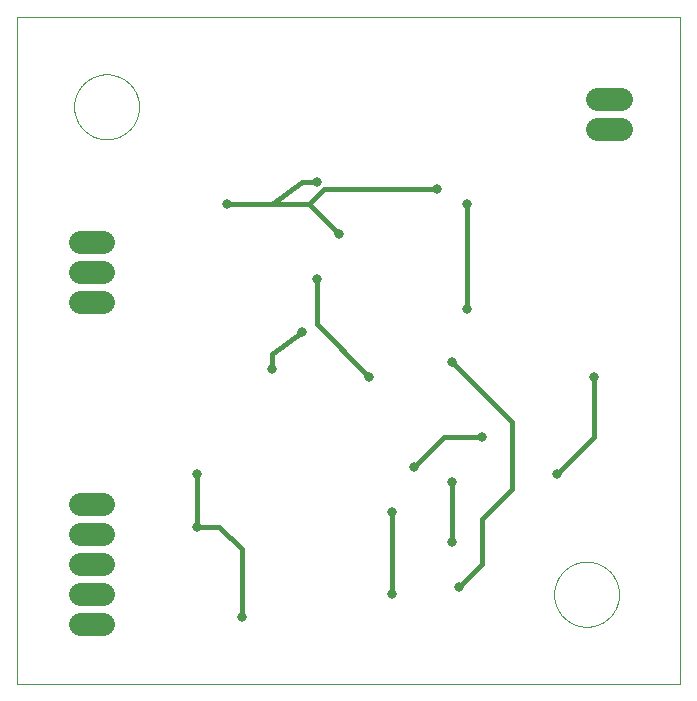
<source format=gbl>
G75*
%MOIN*%
%OFA0B0*%
%FSLAX25Y25*%
%IPPOS*%
%LPD*%
%AMOC8*
5,1,8,0,0,1.08239X$1,22.5*
%
%ADD10C,0.00000*%
%ADD11C,0.07800*%
%ADD12C,0.03169*%
%ADD13C,0.01600*%
D10*
X0001000Y0001000D02*
X0001000Y0223461D01*
X0222201Y0223461D01*
X0222201Y0001000D01*
X0001000Y0001000D01*
X0180173Y0031000D02*
X0180176Y0031266D01*
X0180186Y0031531D01*
X0180202Y0031796D01*
X0180225Y0032061D01*
X0180254Y0032325D01*
X0180290Y0032589D01*
X0180332Y0032851D01*
X0180381Y0033112D01*
X0180436Y0033372D01*
X0180497Y0033631D01*
X0180565Y0033888D01*
X0180639Y0034143D01*
X0180719Y0034396D01*
X0180806Y0034648D01*
X0180898Y0034897D01*
X0180997Y0035143D01*
X0181102Y0035388D01*
X0181213Y0035629D01*
X0181329Y0035868D01*
X0181451Y0036104D01*
X0181580Y0036337D01*
X0181713Y0036566D01*
X0181853Y0036792D01*
X0181998Y0037015D01*
X0182148Y0037234D01*
X0182304Y0037450D01*
X0182465Y0037661D01*
X0182631Y0037869D01*
X0182802Y0038072D01*
X0182978Y0038271D01*
X0183159Y0038466D01*
X0183344Y0038656D01*
X0183534Y0038841D01*
X0183729Y0039022D01*
X0183928Y0039198D01*
X0184131Y0039369D01*
X0184339Y0039535D01*
X0184550Y0039696D01*
X0184766Y0039852D01*
X0184985Y0040002D01*
X0185208Y0040147D01*
X0185434Y0040287D01*
X0185663Y0040420D01*
X0185896Y0040549D01*
X0186132Y0040671D01*
X0186371Y0040787D01*
X0186612Y0040898D01*
X0186857Y0041003D01*
X0187103Y0041102D01*
X0187352Y0041194D01*
X0187604Y0041281D01*
X0187857Y0041361D01*
X0188112Y0041435D01*
X0188369Y0041503D01*
X0188628Y0041564D01*
X0188888Y0041619D01*
X0189149Y0041668D01*
X0189411Y0041710D01*
X0189675Y0041746D01*
X0189939Y0041775D01*
X0190204Y0041798D01*
X0190469Y0041814D01*
X0190734Y0041824D01*
X0191000Y0041827D01*
X0191266Y0041824D01*
X0191531Y0041814D01*
X0191796Y0041798D01*
X0192061Y0041775D01*
X0192325Y0041746D01*
X0192589Y0041710D01*
X0192851Y0041668D01*
X0193112Y0041619D01*
X0193372Y0041564D01*
X0193631Y0041503D01*
X0193888Y0041435D01*
X0194143Y0041361D01*
X0194396Y0041281D01*
X0194648Y0041194D01*
X0194897Y0041102D01*
X0195143Y0041003D01*
X0195388Y0040898D01*
X0195629Y0040787D01*
X0195868Y0040671D01*
X0196104Y0040549D01*
X0196337Y0040420D01*
X0196566Y0040287D01*
X0196792Y0040147D01*
X0197015Y0040002D01*
X0197234Y0039852D01*
X0197450Y0039696D01*
X0197661Y0039535D01*
X0197869Y0039369D01*
X0198072Y0039198D01*
X0198271Y0039022D01*
X0198466Y0038841D01*
X0198656Y0038656D01*
X0198841Y0038466D01*
X0199022Y0038271D01*
X0199198Y0038072D01*
X0199369Y0037869D01*
X0199535Y0037661D01*
X0199696Y0037450D01*
X0199852Y0037234D01*
X0200002Y0037015D01*
X0200147Y0036792D01*
X0200287Y0036566D01*
X0200420Y0036337D01*
X0200549Y0036104D01*
X0200671Y0035868D01*
X0200787Y0035629D01*
X0200898Y0035388D01*
X0201003Y0035143D01*
X0201102Y0034897D01*
X0201194Y0034648D01*
X0201281Y0034396D01*
X0201361Y0034143D01*
X0201435Y0033888D01*
X0201503Y0033631D01*
X0201564Y0033372D01*
X0201619Y0033112D01*
X0201668Y0032851D01*
X0201710Y0032589D01*
X0201746Y0032325D01*
X0201775Y0032061D01*
X0201798Y0031796D01*
X0201814Y0031531D01*
X0201824Y0031266D01*
X0201827Y0031000D01*
X0201824Y0030734D01*
X0201814Y0030469D01*
X0201798Y0030204D01*
X0201775Y0029939D01*
X0201746Y0029675D01*
X0201710Y0029411D01*
X0201668Y0029149D01*
X0201619Y0028888D01*
X0201564Y0028628D01*
X0201503Y0028369D01*
X0201435Y0028112D01*
X0201361Y0027857D01*
X0201281Y0027604D01*
X0201194Y0027352D01*
X0201102Y0027103D01*
X0201003Y0026857D01*
X0200898Y0026612D01*
X0200787Y0026371D01*
X0200671Y0026132D01*
X0200549Y0025896D01*
X0200420Y0025663D01*
X0200287Y0025434D01*
X0200147Y0025208D01*
X0200002Y0024985D01*
X0199852Y0024766D01*
X0199696Y0024550D01*
X0199535Y0024339D01*
X0199369Y0024131D01*
X0199198Y0023928D01*
X0199022Y0023729D01*
X0198841Y0023534D01*
X0198656Y0023344D01*
X0198466Y0023159D01*
X0198271Y0022978D01*
X0198072Y0022802D01*
X0197869Y0022631D01*
X0197661Y0022465D01*
X0197450Y0022304D01*
X0197234Y0022148D01*
X0197015Y0021998D01*
X0196792Y0021853D01*
X0196566Y0021713D01*
X0196337Y0021580D01*
X0196104Y0021451D01*
X0195868Y0021329D01*
X0195629Y0021213D01*
X0195388Y0021102D01*
X0195143Y0020997D01*
X0194897Y0020898D01*
X0194648Y0020806D01*
X0194396Y0020719D01*
X0194143Y0020639D01*
X0193888Y0020565D01*
X0193631Y0020497D01*
X0193372Y0020436D01*
X0193112Y0020381D01*
X0192851Y0020332D01*
X0192589Y0020290D01*
X0192325Y0020254D01*
X0192061Y0020225D01*
X0191796Y0020202D01*
X0191531Y0020186D01*
X0191266Y0020176D01*
X0191000Y0020173D01*
X0190734Y0020176D01*
X0190469Y0020186D01*
X0190204Y0020202D01*
X0189939Y0020225D01*
X0189675Y0020254D01*
X0189411Y0020290D01*
X0189149Y0020332D01*
X0188888Y0020381D01*
X0188628Y0020436D01*
X0188369Y0020497D01*
X0188112Y0020565D01*
X0187857Y0020639D01*
X0187604Y0020719D01*
X0187352Y0020806D01*
X0187103Y0020898D01*
X0186857Y0020997D01*
X0186612Y0021102D01*
X0186371Y0021213D01*
X0186132Y0021329D01*
X0185896Y0021451D01*
X0185663Y0021580D01*
X0185434Y0021713D01*
X0185208Y0021853D01*
X0184985Y0021998D01*
X0184766Y0022148D01*
X0184550Y0022304D01*
X0184339Y0022465D01*
X0184131Y0022631D01*
X0183928Y0022802D01*
X0183729Y0022978D01*
X0183534Y0023159D01*
X0183344Y0023344D01*
X0183159Y0023534D01*
X0182978Y0023729D01*
X0182802Y0023928D01*
X0182631Y0024131D01*
X0182465Y0024339D01*
X0182304Y0024550D01*
X0182148Y0024766D01*
X0181998Y0024985D01*
X0181853Y0025208D01*
X0181713Y0025434D01*
X0181580Y0025663D01*
X0181451Y0025896D01*
X0181329Y0026132D01*
X0181213Y0026371D01*
X0181102Y0026612D01*
X0180997Y0026857D01*
X0180898Y0027103D01*
X0180806Y0027352D01*
X0180719Y0027604D01*
X0180639Y0027857D01*
X0180565Y0028112D01*
X0180497Y0028369D01*
X0180436Y0028628D01*
X0180381Y0028888D01*
X0180332Y0029149D01*
X0180290Y0029411D01*
X0180254Y0029675D01*
X0180225Y0029939D01*
X0180202Y0030204D01*
X0180186Y0030469D01*
X0180176Y0030734D01*
X0180173Y0031000D01*
X0020173Y0193500D02*
X0020176Y0193766D01*
X0020186Y0194031D01*
X0020202Y0194296D01*
X0020225Y0194561D01*
X0020254Y0194825D01*
X0020290Y0195089D01*
X0020332Y0195351D01*
X0020381Y0195612D01*
X0020436Y0195872D01*
X0020497Y0196131D01*
X0020565Y0196388D01*
X0020639Y0196643D01*
X0020719Y0196896D01*
X0020806Y0197148D01*
X0020898Y0197397D01*
X0020997Y0197643D01*
X0021102Y0197888D01*
X0021213Y0198129D01*
X0021329Y0198368D01*
X0021451Y0198604D01*
X0021580Y0198837D01*
X0021713Y0199066D01*
X0021853Y0199292D01*
X0021998Y0199515D01*
X0022148Y0199734D01*
X0022304Y0199950D01*
X0022465Y0200161D01*
X0022631Y0200369D01*
X0022802Y0200572D01*
X0022978Y0200771D01*
X0023159Y0200966D01*
X0023344Y0201156D01*
X0023534Y0201341D01*
X0023729Y0201522D01*
X0023928Y0201698D01*
X0024131Y0201869D01*
X0024339Y0202035D01*
X0024550Y0202196D01*
X0024766Y0202352D01*
X0024985Y0202502D01*
X0025208Y0202647D01*
X0025434Y0202787D01*
X0025663Y0202920D01*
X0025896Y0203049D01*
X0026132Y0203171D01*
X0026371Y0203287D01*
X0026612Y0203398D01*
X0026857Y0203503D01*
X0027103Y0203602D01*
X0027352Y0203694D01*
X0027604Y0203781D01*
X0027857Y0203861D01*
X0028112Y0203935D01*
X0028369Y0204003D01*
X0028628Y0204064D01*
X0028888Y0204119D01*
X0029149Y0204168D01*
X0029411Y0204210D01*
X0029675Y0204246D01*
X0029939Y0204275D01*
X0030204Y0204298D01*
X0030469Y0204314D01*
X0030734Y0204324D01*
X0031000Y0204327D01*
X0031266Y0204324D01*
X0031531Y0204314D01*
X0031796Y0204298D01*
X0032061Y0204275D01*
X0032325Y0204246D01*
X0032589Y0204210D01*
X0032851Y0204168D01*
X0033112Y0204119D01*
X0033372Y0204064D01*
X0033631Y0204003D01*
X0033888Y0203935D01*
X0034143Y0203861D01*
X0034396Y0203781D01*
X0034648Y0203694D01*
X0034897Y0203602D01*
X0035143Y0203503D01*
X0035388Y0203398D01*
X0035629Y0203287D01*
X0035868Y0203171D01*
X0036104Y0203049D01*
X0036337Y0202920D01*
X0036566Y0202787D01*
X0036792Y0202647D01*
X0037015Y0202502D01*
X0037234Y0202352D01*
X0037450Y0202196D01*
X0037661Y0202035D01*
X0037869Y0201869D01*
X0038072Y0201698D01*
X0038271Y0201522D01*
X0038466Y0201341D01*
X0038656Y0201156D01*
X0038841Y0200966D01*
X0039022Y0200771D01*
X0039198Y0200572D01*
X0039369Y0200369D01*
X0039535Y0200161D01*
X0039696Y0199950D01*
X0039852Y0199734D01*
X0040002Y0199515D01*
X0040147Y0199292D01*
X0040287Y0199066D01*
X0040420Y0198837D01*
X0040549Y0198604D01*
X0040671Y0198368D01*
X0040787Y0198129D01*
X0040898Y0197888D01*
X0041003Y0197643D01*
X0041102Y0197397D01*
X0041194Y0197148D01*
X0041281Y0196896D01*
X0041361Y0196643D01*
X0041435Y0196388D01*
X0041503Y0196131D01*
X0041564Y0195872D01*
X0041619Y0195612D01*
X0041668Y0195351D01*
X0041710Y0195089D01*
X0041746Y0194825D01*
X0041775Y0194561D01*
X0041798Y0194296D01*
X0041814Y0194031D01*
X0041824Y0193766D01*
X0041827Y0193500D01*
X0041824Y0193234D01*
X0041814Y0192969D01*
X0041798Y0192704D01*
X0041775Y0192439D01*
X0041746Y0192175D01*
X0041710Y0191911D01*
X0041668Y0191649D01*
X0041619Y0191388D01*
X0041564Y0191128D01*
X0041503Y0190869D01*
X0041435Y0190612D01*
X0041361Y0190357D01*
X0041281Y0190104D01*
X0041194Y0189852D01*
X0041102Y0189603D01*
X0041003Y0189357D01*
X0040898Y0189112D01*
X0040787Y0188871D01*
X0040671Y0188632D01*
X0040549Y0188396D01*
X0040420Y0188163D01*
X0040287Y0187934D01*
X0040147Y0187708D01*
X0040002Y0187485D01*
X0039852Y0187266D01*
X0039696Y0187050D01*
X0039535Y0186839D01*
X0039369Y0186631D01*
X0039198Y0186428D01*
X0039022Y0186229D01*
X0038841Y0186034D01*
X0038656Y0185844D01*
X0038466Y0185659D01*
X0038271Y0185478D01*
X0038072Y0185302D01*
X0037869Y0185131D01*
X0037661Y0184965D01*
X0037450Y0184804D01*
X0037234Y0184648D01*
X0037015Y0184498D01*
X0036792Y0184353D01*
X0036566Y0184213D01*
X0036337Y0184080D01*
X0036104Y0183951D01*
X0035868Y0183829D01*
X0035629Y0183713D01*
X0035388Y0183602D01*
X0035143Y0183497D01*
X0034897Y0183398D01*
X0034648Y0183306D01*
X0034396Y0183219D01*
X0034143Y0183139D01*
X0033888Y0183065D01*
X0033631Y0182997D01*
X0033372Y0182936D01*
X0033112Y0182881D01*
X0032851Y0182832D01*
X0032589Y0182790D01*
X0032325Y0182754D01*
X0032061Y0182725D01*
X0031796Y0182702D01*
X0031531Y0182686D01*
X0031266Y0182676D01*
X0031000Y0182673D01*
X0030734Y0182676D01*
X0030469Y0182686D01*
X0030204Y0182702D01*
X0029939Y0182725D01*
X0029675Y0182754D01*
X0029411Y0182790D01*
X0029149Y0182832D01*
X0028888Y0182881D01*
X0028628Y0182936D01*
X0028369Y0182997D01*
X0028112Y0183065D01*
X0027857Y0183139D01*
X0027604Y0183219D01*
X0027352Y0183306D01*
X0027103Y0183398D01*
X0026857Y0183497D01*
X0026612Y0183602D01*
X0026371Y0183713D01*
X0026132Y0183829D01*
X0025896Y0183951D01*
X0025663Y0184080D01*
X0025434Y0184213D01*
X0025208Y0184353D01*
X0024985Y0184498D01*
X0024766Y0184648D01*
X0024550Y0184804D01*
X0024339Y0184965D01*
X0024131Y0185131D01*
X0023928Y0185302D01*
X0023729Y0185478D01*
X0023534Y0185659D01*
X0023344Y0185844D01*
X0023159Y0186034D01*
X0022978Y0186229D01*
X0022802Y0186428D01*
X0022631Y0186631D01*
X0022465Y0186839D01*
X0022304Y0187050D01*
X0022148Y0187266D01*
X0021998Y0187485D01*
X0021853Y0187708D01*
X0021713Y0187934D01*
X0021580Y0188163D01*
X0021451Y0188396D01*
X0021329Y0188632D01*
X0021213Y0188871D01*
X0021102Y0189112D01*
X0020997Y0189357D01*
X0020898Y0189603D01*
X0020806Y0189852D01*
X0020719Y0190104D01*
X0020639Y0190357D01*
X0020565Y0190612D01*
X0020497Y0190869D01*
X0020436Y0191128D01*
X0020381Y0191388D01*
X0020332Y0191649D01*
X0020290Y0191911D01*
X0020254Y0192175D01*
X0020225Y0192439D01*
X0020202Y0192704D01*
X0020186Y0192969D01*
X0020176Y0193234D01*
X0020173Y0193500D01*
D11*
X0022100Y0148500D02*
X0029900Y0148500D01*
X0029900Y0138500D02*
X0022100Y0138500D01*
X0022100Y0128500D02*
X0029900Y0128500D01*
X0029900Y0061000D02*
X0022100Y0061000D01*
X0022100Y0051000D02*
X0029900Y0051000D01*
X0029900Y0041000D02*
X0022100Y0041000D01*
X0022100Y0031000D02*
X0029900Y0031000D01*
X0029900Y0021000D02*
X0022100Y0021000D01*
X0194600Y0186000D02*
X0202400Y0186000D01*
X0202400Y0196000D02*
X0194600Y0196000D01*
D12*
X0151000Y0161000D03*
X0141000Y0166000D03*
X0108500Y0151000D03*
X0101000Y0136000D03*
X0096000Y0118500D03*
X0086000Y0106000D03*
X0118500Y0103500D03*
X0146000Y0108500D03*
X0151000Y0126000D03*
X0156000Y0083500D03*
X0146000Y0068500D03*
X0133500Y0073500D03*
X0126000Y0058500D03*
X0146000Y0048500D03*
X0148500Y0033500D03*
X0126000Y0031000D03*
X0076000Y0023500D03*
X0061000Y0053500D03*
X0061000Y0071000D03*
X0071000Y0161000D03*
X0101000Y0168500D03*
X0193500Y0103500D03*
X0181000Y0071000D03*
D13*
X0193500Y0083500D01*
X0193500Y0103500D01*
X0166000Y0088500D02*
X0146000Y0108500D01*
X0151000Y0126000D02*
X0151000Y0161000D01*
X0141000Y0166000D02*
X0103500Y0166000D01*
X0098500Y0161000D01*
X0108500Y0151000D01*
X0098500Y0161000D02*
X0086000Y0161000D01*
X0096000Y0168500D01*
X0101000Y0168500D01*
X0086000Y0161000D02*
X0071000Y0161000D01*
X0101000Y0136000D02*
X0101000Y0121000D01*
X0118500Y0103500D01*
X0096000Y0118500D02*
X0086000Y0111000D01*
X0086000Y0106000D01*
X0061000Y0071000D02*
X0061000Y0053500D01*
X0068500Y0053500D01*
X0076000Y0046000D01*
X0076000Y0023500D01*
X0126000Y0031000D02*
X0126000Y0058500D01*
X0133500Y0073500D02*
X0143500Y0083500D01*
X0156000Y0083500D01*
X0166000Y0088500D02*
X0166000Y0066000D01*
X0156000Y0056000D01*
X0156000Y0041000D01*
X0148500Y0033500D01*
X0146000Y0048500D02*
X0146000Y0068500D01*
M02*

</source>
